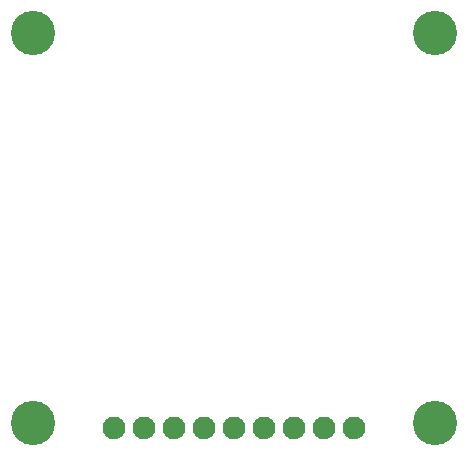
<source format=gbr>
G04 EAGLE Gerber RS-274X export*
G75*
%MOMM*%
%FSLAX34Y34*%
%LPD*%
%INSoldermask Bottom*%
%IPPOS*%
%AMOC8*
5,1,8,0,0,1.08239X$1,22.5*%
G01*
%ADD10C,1.930400*%
%ADD11C,3.752400*%


D10*
X98080Y25400D03*
X123480Y25400D03*
X148880Y25400D03*
X174280Y25400D03*
X199680Y25400D03*
X225080Y25400D03*
X250480Y25400D03*
X275880Y25400D03*
X301280Y25400D03*
D11*
X29680Y360000D03*
X369680Y360000D03*
X29680Y30000D03*
X369680Y30000D03*
M02*

</source>
